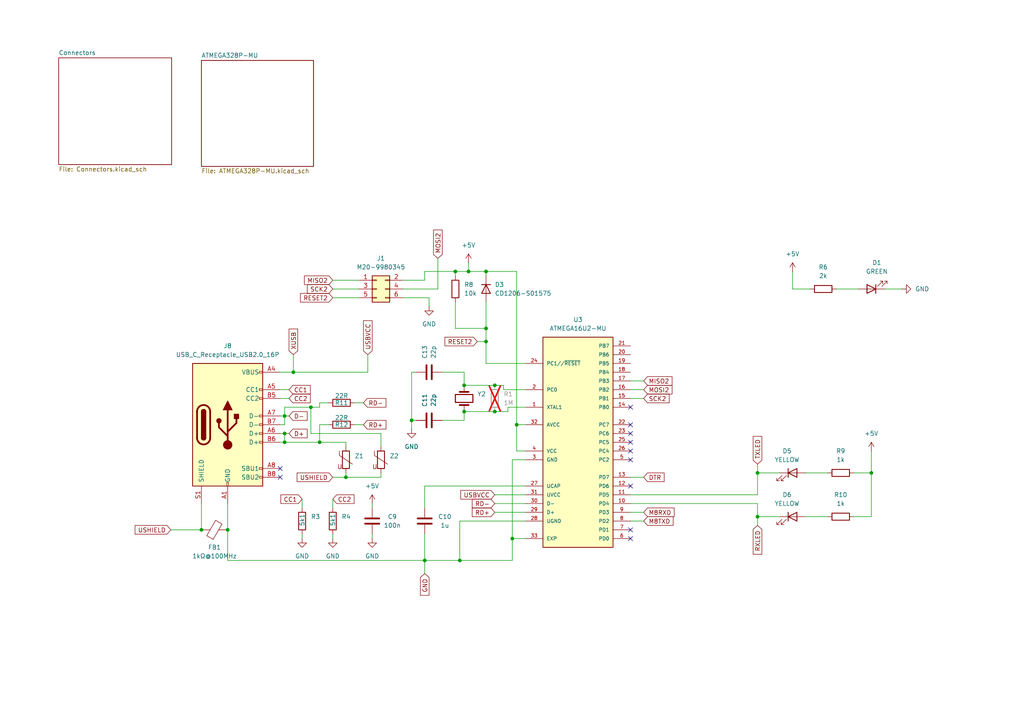
<source format=kicad_sch>
(kicad_sch (version 20231120) (generator "eeschema") (generator_version "8.0")
  (paper "A4")
  (title_block (title "PicoMother") (date "2024-10-02") (rev "0.1") (company "Bonningre Louis") (comment 1 "Lecomte Antoine"))
  (lib_symbols
    (symbol "Arduino Uno SMD:ATMEGA16U2-MU" (pin_names (offset 1.016))
      (property "Reference" "U" (at -10.1697 34.0687 0))
      (property "Value" "ATMEGA16U2-MU" (at -10.16 -30.226 0))
      (symbol "ATMEGA16U2-MU_0_0"
        (rectangle (start -10.16 33.02) (end 10.16 -27.94) (stroke (width 0.254)) (fill (type background)))
        (pin input line (at -15.24 12.7 0) (length 5.08) (name "XTAL1") (number "1"))
        (pin bidirectional line (at 15.24 -15.24 180) (length 5.08) (name "PD4") (number "10"))
        (pin bidirectional line (at 15.24 -12.7 180) (length 5.08) (name "PD5") (number "11"))
        (pin bidirectional line (at 15.24 -10.16 180) (length 5.08) (name "PD6") (number "12"))
        (pin bidirectional line (at 15.24 -7.62 180) (length 5.08) (name "PD7") (number "13"))
        (pin bidirectional line (at 15.24 12.7 180) (length 5.08) (name "PB0") (number "14"))
        (pin bidirectional line (at 15.24 15.24 180) (length 5.08) (name "PB1") (number "15"))
        (pin bidirectional line (at 15.24 17.78 180) (length 5.08) (name "PB2") (number "16"))
        (pin bidirectional line (at 15.24 20.32 180) (length 5.08) (name "PB3") (number "17"))
        (pin bidirectional line (at 15.24 22.86 180) (length 5.08) (name "PB4") (number "18"))
        (pin bidirectional line (at 15.24 25.4 180) (length 5.08) (name "PB5") (number "19"))
        (pin bidirectional line (at -15.24 17.78 0) (length 5.08) (name "PC0") (number "2"))
        (pin bidirectional line (at 15.24 27.94 180) (length 5.08) (name "PB6") (number "20"))
        (pin bidirectional line (at 15.24 30.48 180) (length 5.08) (name "PB7") (number "21"))
        (pin bidirectional line (at 15.24 7.62 180) (length 5.08) (name "PC7") (number "22"))
        (pin bidirectional line (at 15.24 5.08 180) (length 5.08) (name "PC6") (number "23"))
        (pin bidirectional line (at -15.24 25.4 0) (length 5.08) (name "PC1//~{RESET}") (number "24"))
        (pin bidirectional line (at 15.24 2.54 180) (length 5.08) (name "PC5") (number "25"))
        (pin bidirectional line (at 15.24 0 180) (length 5.08) (name "PC4") (number "26"))
        (pin output line (at -15.24 -10.16 0) (length 5.08) (name "UCAP") (number "27"))
        (pin power_in line (at -15.24 -20.32 0) (length 5.08) (name "UGND") (number "28"))
        (pin bidirectional line (at -15.24 -17.78 0) (length 5.08) (name "D+") (number "29"))
        (pin power_in line (at -15.24 -2.54 0) (length 5.08) (name "GND") (number "3"))
        (pin bidirectional line (at -15.24 -15.24 0) (length 5.08) (name "D-") (number "30"))
        (pin power_in line (at -15.24 -12.7 0) (length 5.08) (name "UVCC") (number "31"))
        (pin power_in line (at -15.24 7.62 0) (length 5.08) (name "AVCC") (number "32"))
        (pin power_in line (at -15.24 -25.4 0) (length 5.08) (name "EXP") (number "33"))
        (pin power_in line (at -15.24 0 0) (length 5.08) (name "VCC") (number "4"))
        (pin bidirectional line (at 15.24 -2.54 180) (length 5.08) (name "PC2") (number "5"))
        (pin bidirectional line (at 15.24 -25.4 180) (length 5.08) (name "PD0") (number "6"))
        (pin bidirectional line (at 15.24 -22.86 180) (length 5.08) (name "PD1") (number "7"))
        (pin bidirectional line (at 15.24 -20.32 180) (length 5.08) (name "PD2") (number "8"))
        (pin bidirectional line (at 15.24 -17.78 180) (length 5.08) (name "PD3") (number "9"))
      )
    )
    (symbol "Connector:USB_C_Receptacle_USB2.0_16P" (pin_names (offset 1.016))
      (property "Reference" "J" (at 0 22.225 0))
      (property "Value" "USB_C_Receptacle_USB2.0_16P" (at 0 19.685 0))
      (symbol "USB_C_Receptacle_USB2.0_16P_0_0"
        (rectangle (start -0.254 -17.78) (end 0.254 -16.764))
        (rectangle (start 10.16 -14.986) (end 9.144 -15.494))
        (rectangle (start 10.16 -12.446) (end 9.144 -12.954))
        (rectangle (start 10.16 -4.826) (end 9.144 -5.334))
        (rectangle (start 10.16 -2.286) (end 9.144 -2.794))
        (rectangle (start 10.16 0.254) (end 9.144 -0.254))
        (rectangle (start 10.16 2.794) (end 9.144 2.286))
        (rectangle (start 10.16 7.874) (end 9.144 7.366))
        (rectangle (start 10.16 10.414) (end 9.144 9.906))
        (rectangle (start 10.16 15.494) (end 9.144 14.986))
      )
      (symbol "USB_C_Receptacle_USB2.0_16P_0_1"
        (rectangle (start -10.16 17.78) (end 10.16 -17.78) (stroke (width 0.254)) (fill (type background)))
        (arc (start -8.89 -3.81) (mid -6.985 -5.7067) (end -5.08 -3.81) (stroke (width 0.508)))
        (arc (start -7.62 -3.81) (mid -6.985 -4.4423) (end -6.35 -3.81) (stroke (width 0.254)))
        (arc (start -7.62 -3.81) (mid -6.985 -4.4423) (end -6.35 -3.81) (stroke (width 0.254)) (fill (type outline)))
        (rectangle (start -7.62 -3.81) (end -6.35 3.81) (stroke (width 0.254)) (fill (type outline)))
        (arc (start -6.35 3.81) (mid -6.985 4.4423) (end -7.62 3.81) (stroke (width 0.254)))
        (arc (start -6.35 3.81) (mid -6.985 4.4423) (end -7.62 3.81) (stroke (width 0.254)) (fill (type outline)))
        (arc (start -5.08 3.81) (mid -6.985 5.7067) (end -8.89 3.81) (stroke (width 0.508)))
        (circle (center -2.54 1.143) (radius 0.635) (stroke (width 0.254)) (fill (type outline)))
        (circle (center 0 -5.842) (radius 1.27) (fill (type outline)))
        (polyline (pts (xy -8.89 -3.81) (xy -8.89 3.81)) (stroke (width 0.508)))
        (polyline (pts (xy -5.08 3.81) (xy -5.08 -3.81)) (stroke (width 0.508)))
        (polyline (pts (xy 0 -5.842) (xy 0 4.318)) (stroke (width 0.508)))
        (polyline (pts (xy 0 -3.302) (xy -2.54 -0.762) (xy -2.54 0.508)) (stroke (width 0.508)))
        (polyline (pts (xy 0 -2.032) (xy 2.54 0.508) (xy 2.54 1.778)) (stroke (width 0.508)))
        (polyline (pts (xy -1.27 4.318) (xy 0 6.858) (xy 1.27 4.318) (xy -1.27 4.318)) (stroke (width 0.254)) (fill (type outline)))
        (rectangle (start 1.905 1.778) (end 3.175 3.048) (stroke (width 0.254)) (fill (type outline)))
      )
      (symbol "USB_C_Receptacle_USB2.0_16P_1_1"
        (pin passive line (at 0 -22.86 90) (length 5.08) (name "GND") (number "A1"))
        (pin passive line (at 0 -22.86 90) (length 5.08) hide (name "GND") (number "A12"))
        (pin passive line (at 15.24 15.24 180) (length 5.08) (name "VBUS") (number "A4"))
        (pin bidirectional line (at 15.24 10.16 180) (length 5.08) (name "CC1") (number "A5"))
        (pin bidirectional line (at 15.24 -2.54 180) (length 5.08) (name "D+") (number "A6"))
        (pin bidirectional line (at 15.24 2.54 180) (length 5.08) (name "D-") (number "A7"))
        (pin bidirectional line (at 15.24 -12.7 180) (length 5.08) (name "SBU1") (number "A8"))
        (pin passive line (at 15.24 15.24 180) (length 5.08) hide (name "VBUS") (number "A9"))
        (pin passive line (at 0 -22.86 90) (length 5.08) hide (name "GND") (number "B1"))
        (pin passive line (at 0 -22.86 90) (length 5.08) hide (name "GND") (number "B12"))
        (pin passive line (at 15.24 15.24 180) (length 5.08) hide (name "VBUS") (number "B4"))
        (pin bidirectional line (at 15.24 7.62 180) (length 5.08) (name "CC2") (number "B5"))
        (pin bidirectional line (at 15.24 -5.08 180) (length 5.08) (name "D+") (number "B6"))
        (pin bidirectional line (at 15.24 0 180) (length 5.08) (name "D-") (number "B7"))
        (pin bidirectional line (at 15.24 -15.24 180) (length 5.08) (name "SBU2") (number "B8"))
        (pin passive line (at 15.24 15.24 180) (length 5.08) hide (name "VBUS") (number "B9"))
        (pin passive line (at -7.62 -22.86 90) (length 5.08) (name "SHIELD") (number "S1"))
      )
    )
    (symbol "Connector_Generic:Conn_02x03_Odd_Even" (pin_names (offset 1.016) hide)
      (property "Reference" "J" (at 1.27 5.08 0))
      (property "Value" "Conn_02x03_Odd_Even" (at 1.27 -5.08 0))
      (symbol "Conn_02x03_Odd_Even_1_1"
        (rectangle (start -1.27 -2.413) (end 0 -2.667) (stroke (width 0.1524)))
        (rectangle (start -1.27 0.127) (end 0 -0.127) (stroke (width 0.1524)))
        (rectangle (start -1.27 2.667) (end 0 2.413) (stroke (width 0.1524)))
        (rectangle (start -1.27 3.81) (end 3.81 -3.81) (stroke (width 0.254)) (fill (type background)))
        (rectangle (start 3.81 -2.413) (end 2.54 -2.667) (stroke (width 0.1524)))
        (rectangle (start 3.81 0.127) (end 2.54 -0.127) (stroke (width 0.1524)))
        (rectangle (start 3.81 2.667) (end 2.54 2.413) (stroke (width 0.1524)))
        (pin passive line (at -5.08 2.54 0) (length 3.81) (name "Pin_1") (number "1"))
        (pin passive line (at 7.62 2.54 180) (length 3.81) (name "Pin_2") (number "2"))
        (pin passive line (at -5.08 0 0) (length 3.81) (name "Pin_3") (number "3"))
        (pin passive line (at 7.62 0 180) (length 3.81) (name "Pin_4") (number "4"))
        (pin passive line (at -5.08 -2.54 0) (length 3.81) (name "Pin_5") (number "5"))
        (pin passive line (at 7.62 -2.54 180) (length 3.81) (name "Pin_6") (number "6"))
      )
    )
    (symbol "Device:C" (pin_numbers hide) (pin_names (offset 0.254))
      (property "Reference" "C" (at 0.635 2.54 0))
      (property "Value" "C" (at 0.635 -2.54 0))
      (symbol "C_0_1"
        (polyline (pts (xy -2.032 -0.762) (xy 2.032 -0.762)) (stroke (width 0.508)))
        (polyline (pts (xy -2.032 0.762) (xy 2.032 0.762)) (stroke (width 0.508)))
      )
      (symbol "C_1_1"
        (pin passive line (at 0 3.81 270) (length 2.794) (name "~") (number "1"))
        (pin passive line (at 0 -3.81 90) (length 2.794) (name "~") (number "2"))
      )
    )
    (symbol "Device:Crystal" (pin_numbers hide) (pin_names (offset 1.016) hide)
      (property "Reference" "Y" (at 0 3.81 0))
      (property "Value" "Crystal" (at 0 -3.81 0))
      (symbol "Crystal_0_1"
        (rectangle (start -1.143 2.54) (end 1.143 -2.54) (stroke (width 0.3048)))
        (polyline (pts (xy -2.54 0) (xy -1.905 0)))
        (polyline (pts (xy -1.905 -1.27) (xy -1.905 1.27)) (stroke (width 0.508)))
        (polyline (pts (xy 1.905 -1.27) (xy 1.905 1.27)) (stroke (width 0.508)))
        (polyline (pts (xy 2.54 0) (xy 1.905 0)))
      )
      (symbol "Crystal_1_1"
        (pin passive line (at -3.81 0 0) (length 1.27) (name "1") (number "1"))
        (pin passive line (at 3.81 0 180) (length 1.27) (name "2") (number "2"))
      )
    )
    (symbol "Device:D" (pin_numbers hide) (pin_names (offset 1.016) hide)
      (property "Reference" "D" (at 0 2.54 0))
      (property "Value" "D" (at 0 -2.54 0))
      (symbol "D_0_1"
        (polyline (pts (xy -1.27 1.27) (xy -1.27 -1.27)) (stroke (width 0.254)))
        (polyline (pts (xy 1.27 0) (xy -1.27 0)))
        (polyline (pts (xy 1.27 1.27) (xy 1.27 -1.27) (xy -1.27 0) (xy 1.27 1.27)) (stroke (width 0.254)))
      )
      (symbol "D_1_1"
        (pin passive line (at -3.81 0 0) (length 2.54) (name "K") (number "1"))
        (pin passive line (at 3.81 0 180) (length 2.54) (name "A") (number "2"))
      )
    )
    (symbol "Device:FerriteBead" (pin_numbers hide) (pin_names (offset 0))
      (property "Reference" "FB" (at -3.81 0.635 90))
      (property "Value" "FerriteBead" (at 3.81 0 90))
      (symbol "FerriteBead_0_1"
        (polyline (pts (xy 0 -1.27) (xy 0 -1.2192)))
        (polyline (pts (xy 0 1.27) (xy 0 1.2954)))
        (polyline (pts (xy -2.7686 0.4064) (xy -1.7018 2.2606) (xy 2.7686 -0.3048) (xy 1.6764 -2.159) (xy -2.7686 0.4064)))
      )
      (symbol "FerriteBead_1_1"
        (pin passive line (at 0 3.81 270) (length 2.54) (name "~") (number "1"))
        (pin passive line (at 0 -3.81 90) (length 2.54) (name "~") (number "2"))
      )
    )
    (symbol "Device:LED" (pin_numbers hide) (pin_names (offset 1.016) hide)
      (property "Reference" "D" (at 0 2.54 0))
      (property "Value" "LED" (at 0 -2.54 0))
      (symbol "LED_0_1"
        (polyline (pts (xy -1.27 -1.27) (xy -1.27 1.27)) (stroke (width 0.254)))
        (polyline (pts (xy -1.27 0) (xy 1.27 0)))
        (polyline (pts (xy 1.27 -1.27) (xy 1.27 1.27) (xy -1.27 0) (xy 1.27 -1.27)) (stroke (width 0.254)))
        (polyline (pts (xy -3.048 -0.762) (xy -4.572 -2.286) (xy -3.81 -2.286) (xy -4.572 -2.286) (xy -4.572 -1.524)))
        (polyline (pts (xy -1.778 -0.762) (xy -3.302 -2.286) (xy -2.54 -2.286) (xy -3.302 -2.286) (xy -3.302 -1.524)))
      )
      (symbol "LED_1_1"
        (pin passive line (at -3.81 0 0) (length 2.54) (name "K") (number "1"))
        (pin passive line (at 3.81 0 180) (length 2.54) (name "A") (number "2"))
      )
    )
    (symbol "Device:R" (pin_numbers hide) (pin_names (offset 0))
      (property "Reference" "R" (at 2.032 0 90))
      (property "Value" "R" (at 0 0 90))
      (symbol "R_0_1"
        (rectangle (start -1.016 -2.54) (end 1.016 2.54) (stroke (width 0.254)))
      )
      (symbol "R_1_1"
        (pin passive line (at 0 3.81 270) (length 1.27) (name "~") (number "1"))
        (pin passive line (at 0 -3.81 90) (length 1.27) (name "~") (number "2"))
      )
    )
    (symbol "Device:Varistor" (pin_numbers hide) (pin_names (offset 0))
      (property "Reference" "RV" (at 3.175 0 90))
      (property "Value" "Varistor" (at -3.175 0 90))
      (symbol "Varistor_0_0"
        (text "U" (at -1.778 -2.032 0) (effects (font (size 1.27 1.27))))
      )
      (symbol "Varistor_0_1"
        (rectangle (start -1.016 -2.54) (end 1.016 2.54) (stroke (width 0.254)))
        (polyline (pts (xy -1.905 2.54) (xy -1.905 1.27) (xy 1.905 -1.27)))
      )
      (symbol "Varistor_1_1"
        (pin passive line (at 0 3.81 270) (length 1.27) (name "~") (number "1"))
        (pin passive line (at 0 -3.81 90) (length 1.27) (name "~") (number "2"))
      )
    )
    (symbol "power:+5V" (power) (pin_numbers hide) (pin_names (offset 0) hide)
      (property "Value" "+5V" (at 0 3.556 0))
      (symbol "+5V_0_1"
        (polyline (pts (xy -0.762 1.27) (xy 0 2.54)))
        (polyline (pts (xy 0 0) (xy 0 2.54)))
        (polyline (pts (xy 0 2.54) (xy 0.762 1.27)))
      )
      (symbol "+5V_1_1"
        (pin power_in line (at 0 0 90) (length 0) (name "~") (number "1"))
      )
    )
    (symbol "power:GND" (power) (pin_numbers hide) (pin_names (offset 0) hide)
      (property "Value" "GND" (at 0 -3.81 0))
      (symbol "GND_0_1"
        (polyline (pts (xy 0 0) (xy 0 -1.27) (xy 1.27 -1.27) (xy 0 -2.54) (xy -1.27 -1.27) (xy 0 -1.27)))
      )
      (symbol "GND_1_1"
        (pin power_in line (at 0 0 270) (length 0) (name "~") (number "1"))
      )
    )
  )
  (junction (at 219.71 137.16))
  (junction (at 66.04 153.67))
  (junction (at 85.09 107.95))
  (junction (at 143.51 111.76))
  (junction (at 92.71 128.27))
  (junction (at 140.97 78.74))
  (junction (at 143.51 119.38))
  (junction (at 123.19 162.56))
  (junction (at 140.97 95.25))
  (junction (at 82.55 128.27))
  (junction (at 252.73 137.16))
  (junction (at 82.55 125.73))
  (junction (at 134.62 111.76))
  (junction (at 90.17 118.11))
  (junction (at 148.59 156.21))
  (junction (at 58.42 153.67))
  (junction (at 149.86 123.19))
  (junction (at 219.71 149.86))
  (junction (at 119.38 121.92))
  (junction (at 132.08 78.74))
  (junction (at 134.62 119.38))
  (junction (at 140.97 99.06))
  (junction (at 82.55 120.65))
  (junction (at 133.35 162.56))
  (junction (at 135.89 78.74))
  (junction (at 100.33 138.43))
  (no_connect (at 182.88 140.97))
  (no_connect (at 182.88 125.73))
  (no_connect (at 182.88 118.11))
  (no_connect (at 81.28 135.89))
  (no_connect (at 182.88 153.67))
  (no_connect (at 81.28 138.43))
  (no_connect (at 182.88 128.27))
  (no_connect (at 182.88 133.35))
  (no_connect (at 182.88 130.81))
  (no_connect (at 182.88 156.21))
  (no_connect (at 182.88 123.19))
  (wire (pts (xy 123.19 140.97) (xy 123.19 147.32)))
  (wire (pts (xy 229.87 83.82) (xy 229.87 78.74)))
  (wire (pts (xy 95.25 123.19) (xy 92.71 123.19)))
  (wire (pts (xy 143.51 148.59) (xy 152.4 148.59)))
  (wire (pts (xy 134.62 111.76) (xy 143.51 111.76)))
  (wire (pts (xy 219.71 149.86) (xy 226.06 149.86)))
  (wire (pts (xy 140.97 99.06) (xy 140.97 95.25)))
  (wire (pts (xy 149.86 123.19) (xy 149.86 130.81)))
  (wire (pts (xy 149.86 78.74) (xy 140.97 78.74)))
  (wire (pts (xy 135.89 76.2) (xy 135.89 78.74)))
  (wire (pts (xy 132.08 80.01) (xy 132.08 78.74)))
  (wire (pts (xy 82.55 120.65) (xy 81.28 120.65)))
  (wire (pts (xy 119.38 107.95) (xy 120.65 107.95)))
  (wire (pts (xy 186.69 110.49) (xy 182.88 110.49)))
  (wire (pts (xy 100.33 137.16) (xy 100.33 138.43)))
  (wire (pts (xy 87.63 156.21) (xy 87.63 154.94)))
  (wire (pts (xy 81.28 123.19) (xy 82.55 123.19)))
  (wire (pts (xy 133.35 151.13) (xy 133.35 162.56)))
  (wire (pts (xy 92.71 118.11) (xy 90.17 118.11)))
  (wire (pts (xy 105.41 116.84) (xy 102.87 116.84)))
  (wire (pts (xy 186.69 115.57) (xy 182.88 115.57)))
  (wire (pts (xy 140.97 78.74) (xy 135.89 78.74)))
  (wire (pts (xy 132.08 87.63) (xy 132.08 95.25)))
  (wire (pts (xy 110.49 138.43) (xy 110.49 137.16)))
  (wire (pts (xy 92.71 123.19) (xy 92.71 128.27)))
  (wire (pts (xy 82.55 123.19) (xy 82.55 120.65)))
  (wire (pts (xy 261.62 83.82) (xy 256.54 83.82)))
  (wire (pts (xy 49.53 153.67) (xy 58.42 153.67)))
  (wire (pts (xy 124.46 86.36) (xy 124.46 88.9)))
  (wire (pts (xy 252.73 137.16) (xy 252.73 149.86)))
  (wire (pts (xy 252.73 130.81) (xy 252.73 137.16)))
  (wire (pts (xy 100.33 138.43) (xy 110.49 138.43)))
  (wire (pts (xy 110.49 129.54) (xy 110.49 125.73)))
  (wire (pts (xy 81.28 128.27) (xy 82.55 128.27)))
  (wire (pts (xy 82.55 128.27) (xy 82.55 125.73)))
  (wire (pts (xy 252.73 149.86) (xy 247.65 149.86)))
  (wire (pts (xy 148.59 156.21) (xy 152.4 156.21)))
  (wire (pts (xy 116.84 86.36) (xy 124.46 86.36)))
  (wire (pts (xy 149.86 123.19) (xy 152.4 123.19)))
  (wire (pts (xy 143.51 143.51) (xy 152.4 143.51)))
  (wire (pts (xy 92.71 116.84) (xy 95.25 116.84)))
  (wire (pts (xy 123.19 166.37) (xy 123.19 162.56)))
  (wire (pts (xy 90.17 118.11) (xy 82.55 118.11)))
  (wire (pts (xy 105.41 123.19) (xy 102.87 123.19)))
  (wire (pts (xy 182.88 143.51) (xy 219.71 143.51)))
  (wire (pts (xy 123.19 162.56) (xy 123.19 154.94)))
  (wire (pts (xy 186.69 148.59) (xy 182.88 148.59)))
  (wire (pts (xy 219.71 137.16) (xy 226.06 137.16)))
  (wire (pts (xy 116.84 81.28) (xy 123.19 81.28)))
  (wire (pts (xy 219.71 137.16) (xy 219.71 134.62)))
  (wire (pts (xy 82.55 118.11) (xy 82.55 120.65)))
  (wire (pts (xy 152.4 133.35) (xy 148.59 133.35)))
  (wire (pts (xy 85.09 107.95) (xy 81.28 107.95)))
  (wire (pts (xy 87.63 144.78) (xy 87.63 147.32)))
  (wire (pts (xy 134.62 119.38) (xy 143.51 119.38)))
  (wire (pts (xy 96.52 81.28) (xy 104.14 81.28)))
  (wire (pts (xy 233.68 137.16) (xy 240.03 137.16)))
  (wire (pts (xy 152.4 151.13) (xy 133.35 151.13)))
  (wire (pts (xy 233.68 149.86) (xy 240.03 149.86)))
  (wire (pts (xy 143.51 146.05) (xy 152.4 146.05)))
  (wire (pts (xy 123.19 78.74) (xy 123.19 81.28)))
  (wire (pts (xy 182.88 146.05) (xy 219.71 146.05)))
  (wire (pts (xy 140.97 87.63) (xy 140.97 95.25)))
  (wire (pts (xy 96.52 144.78) (xy 96.52 147.32)))
  (wire (pts (xy 229.87 83.82) (xy 234.95 83.82)))
  (wire (pts (xy 134.62 111.76) (xy 134.62 107.95)))
  (wire (pts (xy 132.08 95.25) (xy 140.97 95.25)))
  (wire (pts (xy 123.19 78.74) (xy 132.08 78.74)))
  (wire (pts (xy 96.52 138.43) (xy 100.33 138.43)))
  (wire (pts (xy 107.95 156.21) (xy 107.95 154.94)))
  (wire (pts (xy 96.52 156.21) (xy 96.52 154.94)))
  (wire (pts (xy 100.33 128.27) (xy 92.71 128.27)))
  (wire (pts (xy 219.71 143.51) (xy 219.71 137.16)))
  (wire (pts (xy 152.4 118.11) (xy 147.32 118.11)))
  (wire (pts (xy 127 74.93) (xy 127 83.82)))
  (wire (pts (xy 83.82 120.65) (xy 82.55 120.65)))
  (wire (pts (xy 85.09 107.95) (xy 106.68 107.95)))
  (wire (pts (xy 140.97 105.41) (xy 140.97 99.06)))
  (wire (pts (xy 219.71 146.05) (xy 219.71 149.86)))
  (wire (pts (xy 66.04 162.56) (xy 123.19 162.56)))
  (wire (pts (xy 148.59 162.56) (xy 148.59 156.21)))
  (wire (pts (xy 96.52 86.36) (xy 104.14 86.36)))
  (wire (pts (xy 148.59 133.35) (xy 148.59 156.21)))
  (wire (pts (xy 106.68 102.87) (xy 106.68 107.95)))
  (wire (pts (xy 186.69 138.43) (xy 182.88 138.43)))
  (wire (pts (xy 119.38 107.95) (xy 119.38 121.92)))
  (wire (pts (xy 134.62 107.95) (xy 128.27 107.95)))
  (wire (pts (xy 147.32 118.11) (xy 147.32 119.38)))
  (wire (pts (xy 85.09 102.87) (xy 85.09 107.95)))
  (wire (pts (xy 100.33 128.27) (xy 100.33 129.54)))
  (wire (pts (xy 90.17 125.73) (xy 110.49 125.73)))
  (wire (pts (xy 128.27 121.92) (xy 134.62 121.92)))
  (wire (pts (xy 152.4 105.41) (xy 140.97 105.41)))
  (wire (pts (xy 119.38 121.92) (xy 120.65 121.92)))
  (wire (pts (xy 92.71 128.27) (xy 82.55 128.27)))
  (wire (pts (xy 146.05 113.03) (xy 146.05 111.76)))
  (wire (pts (xy 140.97 80.01) (xy 140.97 78.74)))
  (wire (pts (xy 133.35 162.56) (xy 123.19 162.56)))
  (wire (pts (xy 66.04 146.05) (xy 66.04 153.67)))
  (wire (pts (xy 92.71 116.84) (xy 92.71 118.11)))
  (wire (pts (xy 90.17 125.73) (xy 90.17 118.11)))
  (wire (pts (xy 242.57 83.82) (xy 248.92 83.82)))
  (wire (pts (xy 138.43 99.06) (xy 140.97 99.06)))
  (wire (pts (xy 134.62 121.92) (xy 134.62 119.38)))
  (wire (pts (xy 66.04 153.67) (xy 66.04 162.56)))
  (wire (pts (xy 133.35 162.56) (xy 148.59 162.56)))
  (wire (pts (xy 219.71 149.86) (xy 219.71 152.4)))
  (wire (pts (xy 107.95 146.05) (xy 107.95 147.32)))
  (wire (pts (xy 186.69 113.03) (xy 182.88 113.03)))
  (wire (pts (xy 83.82 125.73) (xy 82.55 125.73)))
  (wire (pts (xy 135.89 78.74) (xy 132.08 78.74)))
  (wire (pts (xy 83.82 115.57) (xy 81.28 115.57)))
  (wire (pts (xy 58.42 146.05) (xy 58.42 153.67)))
  (wire (pts (xy 149.86 78.74) (xy 149.86 123.19)))
  (wire (pts (xy 119.38 124.46) (xy 119.38 121.92)))
  (wire (pts (xy 143.51 111.76) (xy 146.05 111.76)))
  (wire (pts (xy 247.65 137.16) (xy 252.73 137.16)))
  (wire (pts (xy 152.4 140.97) (xy 123.19 140.97)))
  (wire (pts (xy 116.84 83.82) (xy 127 83.82)))
  (wire (pts (xy 96.52 83.82) (xy 104.14 83.82)))
  (wire (pts (xy 82.55 125.73) (xy 81.28 125.73)))
  (wire (pts (xy 186.69 151.13) (xy 182.88 151.13)))
  (wire (pts (xy 83.82 113.03) (xy 81.28 113.03)))
  (wire (pts (xy 149.86 130.81) (xy 152.4 130.81)))
  (wire (pts (xy 152.4 113.03) (xy 146.05 113.03)))
  (wire (pts (xy 143.51 119.38) (xy 147.32 119.38)))
  (global_label "TXLED" (shape input) (at 219.71 134.62 90) (property "Intersheetrefs" "${INTERSHEET_REFS}" (effects (hide yes))))
  (global_label "SCK2" (shape input) (at 186.69 115.57 0) (property "Intersheetrefs" "${INTERSHEET_REFS}" (effects (hide yes))))
  (global_label "RD+" (shape input) (at 143.51 148.59 180) (property "Intersheetrefs" "${INTERSHEET_REFS}" (effects (hide yes))))
  (global_label "RESET2" (shape input) (at 96.52 86.36 180) (property "Intersheetrefs" "${INTERSHEET_REFS}" (effects (hide yes))))
  (global_label "XUSB" (shape input) (at 85.09 102.87 90) (property "Intersheetrefs" "${INTERSHEET_REFS}" (effects (hide yes))))
  (global_label "D+" (shape input) (at 83.82 125.73 0) (property "Intersheetrefs" "${INTERSHEET_REFS}" (effects (hide yes))))
  (global_label "RESET2" (shape input) (at 138.43 99.06 180) (property "Intersheetrefs" "${INTERSHEET_REFS}" (effects (hide yes))))
  (global_label "USBVCC" (shape input) (at 106.68 102.87 90) (property "Intersheetrefs" "${INTERSHEET_REFS}" (effects (hide yes))))
  (global_label "USBVCC" (shape input) (at 143.51 143.51 180) (property "Intersheetrefs" "${INTERSHEET_REFS}" (effects (hide yes))))
  (global_label "RD-" (shape input) (at 143.51 146.05 180) (property "Intersheetrefs" "${INTERSHEET_REFS}" (effects (hide yes))))
  (global_label "RD-" (shape input) (at 105.41 116.84 0) (property "Intersheetrefs" "${INTERSHEET_REFS}" (effects (hide yes))))
  (global_label "MOSI2" (shape input) (at 186.69 113.03 0) (property "Intersheetrefs" "${INTERSHEET_REFS}" (effects (hide yes))))
  (global_label "MISO2" (shape input) (at 186.69 110.49 0) (property "Intersheetrefs" "${INTERSHEET_REFS}" (effects (hide yes))))
  (global_label "RD+" (shape input) (at 105.41 123.19 0) (property "Intersheetrefs" "${INTERSHEET_REFS}" (effects (hide yes))))
  (global_label "CC1" (shape input) (at 83.82 113.03 0) (property "Intersheetrefs" "${INTERSHEET_REFS}" (effects (hide yes))))
  (global_label "SCK2" (shape input) (at 96.52 83.82 180) (property "Intersheetrefs" "${INTERSHEET_REFS}" (effects (hide yes))))
  (global_label "RXLED" (shape input) (at 219.71 152.4 270) (property "Intersheetrefs" "${INTERSHEET_REFS}" (effects (hide yes))))
  (global_label "GND" (shape input) (at 123.19 166.37 270) (property "Intersheetrefs" "${INTERSHEET_REFS}" (effects (hide yes))))
  (global_label "USHIELD" (shape input) (at 49.53 153.67 180) (property "Intersheetrefs" "${INTERSHEET_REFS}" (effects (hide yes))))
  (global_label "USHIELD" (shape input) (at 96.52 138.43 180) (property "Intersheetrefs" "${INTERSHEET_REFS}" (effects (hide yes))))
  (global_label "CC1" (shape input) (at 87.63 144.78 180) (property "Intersheetrefs" "${INTERSHEET_REFS}" (effects (hide yes))))
  (global_label "M8RXD" (shape input) (at 186.69 148.59 0) (property "Intersheetrefs" "${INTERSHEET_REFS}" (effects (hide yes))))
  (global_label "M8TXD" (shape input) (at 186.69 151.13 0) (property "Intersheetrefs" "${INTERSHEET_REFS}" (effects (hide yes))))
  (global_label "D-" (shape input) (at 83.82 120.65 0) (property "Intersheetrefs" "${INTERSHEET_REFS}" (effects (hide yes))))
  (global_label "MOSI2" (shape input) (at 127 74.93 90) (property "Intersheetrefs" "${INTERSHEET_REFS}" (effects (hide yes))))
  (global_label "DTR" (shape input) (at 186.69 138.43 0) (property "Intersheetrefs" "${INTERSHEET_REFS}" (effects (hide yes))))
  (global_label "CC2" (shape input) (at 96.52 144.78 0) (property "Intersheetrefs" "${INTERSHEET_REFS}" (effects (hide yes))))
  (global_label "CC2" (shape input) (at 83.82 115.57 0) (property "Intersheetrefs" "${INTERSHEET_REFS}" (effects (hide yes))))
  (global_label "MISO2" (shape input) (at 96.52 81.28 180) (property "Intersheetrefs" "${INTERSHEET_REFS}" (effects (hide yes))))
  (symbol (lib_id "Device:R") (at 99.06 116.84 90) (unit 1)
    (property "Reference" "R11" (at 99.06 116.84 90))
    (property "Value" "22R" (at 99.06 114.808 90))
    (property "Footprint" "Resistor_SMD:R_0603_1608Metric_Pad0.98x0.95mm_HandSolder" (effects (hide yes)))
    (property "Description" "Resistor" (effects (hide yes)))
  )
  (symbol (lib_id "Connector:USB_C_Receptacle_USB2.0_16P") (at 66.04 123.19 0) (unit 1)
    (property "Reference" "J8" (at 66.04 100.33 0))
    (property "Value" "USB_C_Receptacle_USB2.0_16P" (at 66.04 102.87 0))
    (property "Footprint" "Connector_USB:USB_C_Receptacle_GCT_USB4105-xx-A_16P_TopMnt_Horizontal" (effects (hide yes)))
    (property "Datasheet" "https://www.usb.org/sites/default/files/documents/usb_type-c.zip" (effects (hide yes)))
    (property "Description" "USB 2.0-only 16P Type-C Receptacle connector" (effects (hide yes)))
  )
  (symbol (lib_id "power:+5V") (at 135.89 76.2 0) (unit 1)
    (property "Reference" "#PWR025" (effects (hide yes)))
    (property "Value" "+5V" (at 135.89 71.12 0))
    (property "Description" "Power symbol creates a global label with name \"+5V\"" (effects (hide yes)))
  )
  (symbol (lib_id "power:GND") (at 119.38 124.46 0) (unit 1)
    (property "Reference" "#PWR027" (effects (hide yes)))
    (property "Value" "GND" (at 119.38 129.54 0))
    (property "Description" "Power symbol creates a global label with name \"GND\" , ground" (effects (hide yes)))
  )
  (symbol (lib_id "Device:C") (at 124.46 107.95 270) (unit 1)
    (property "Reference" "C13" (at 123.19 102.108 0))
    (property "Value" "22p" (at 125.73 102.108 0))
    (property "Footprint" "Capacitor_SMD:C_0603_1608Metric" (effects (hide yes)))
    (property "Description" "Unpolarized capacitor" (effects (hide yes)))
  )
  (symbol (lib_id "power:GND") (at 107.95 156.21 0) (unit 1)
    (property "Reference" "#PWR018" (effects (hide yes)))
    (property "Value" "GND" (at 107.95 161.29 0))
    (property "Description" "Power symbol creates a global label with name \"GND\" , ground" (effects (hide yes)))
  )
  (symbol (lib_id "Device:R") (at 96.52 151.13 0) (unit 1)
    (property "Reference" "R4" (at 99.06 149.8599 0) (effects (justify left)))
    (property "Value" "5k1" (at 96.52 152.654 90) (effects (justify left)))
    (property "Footprint" "Resistor_SMD:R_0603_1608Metric" (effects (hide yes)))
    (property "Description" "Resistor" (effects (hide yes)))
  )
  (symbol (lib_id "Arduino Uno SMD:ATMEGA16U2-MU") (at 167.64 130.81 0) (unit 1)
    (property "Reference" "U3" (at 167.64 92.71 0))
    (property "Value" "ATMEGA16U2-MU" (at 167.64 95.25 0))
    (property "Footprint" "Package_QFP:TQFP-32_7x7mm_P0.8mm" (effects (hide yes)))
    (property "MANUFACTURER" "Atmel" (effects (hide yes)))
  )
  (symbol (lib_id "Device:D") (at 140.97 83.82 270) (unit 1)
    (property "Reference" "D3" (at 143.51 82.5499 90) (effects (justify left)))
    (property "Value" "CD1206-S01575" (at 143.51 85.0899 90) (effects (justify left)))
    (property "Footprint" "Diode_SMD:D_1206_3216Metric" (effects (hide yes)))
    (property "Description" "Diode" (effects (hide yes)))
    (property "Sim.Device" "D" (effects (hide yes)))
    (property "Sim.Pins" "1=K 2=A" (effects (hide yes)))
  )
  (symbol (lib_id "Connector_Generic:Conn_02x03_Odd_Even") (at 109.22 83.82 0) (unit 1)
    (property "Reference" "J1" (at 110.49 74.93 0))
    (property "Value" "M20-9980345" (at 110.49 77.47 0))
    (property "Footprint" "Connector_PinHeader_2.54mm:PinHeader_2x03_P2.54mm_Vertical" (effects (hide yes)))
    (property "Description" "Generic connector, double row, 02x03, odd/even pin numbering scheme (row 1 odd numbers, row 2 even numbers), script generated (kicad-library-utils/schlib/autogen/connector/)" (effects (hide yes)))
  )
  (symbol (lib_id "Device:R") (at 243.84 149.86 90) (unit 1)
    (property "Reference" "R10" (at 243.84 143.51 90))
    (property "Value" "1k" (at 243.84 146.05 90))
    (property "Footprint" "Resistor_SMD:R_0603_1608Metric_Pad0.98x0.95mm_HandSolder" (effects (hide yes)))
    (property "Description" "Resistor" (effects (hide yes)))
  )
  (symbol (lib_id "power:+5V") (at 107.95 146.05 0) (unit 1)
    (property "Reference" "#PWR023" (effects (hide yes)))
    (property "Value" "+5V" (at 107.95 140.97 0))
    (property "Description" "Power symbol creates a global label with name \"+5V\"" (effects (hide yes)))
  )
  (symbol (lib_id "Device:Varistor") (at 110.49 133.35 0) (unit 1)
    (property "Reference" "Z2" (at 113.03 132.2732 0) (effects (justify left)))
    (property "Value" "5pF@1MHz" (effects (hide yes)))
    (property "Footprint" "Resistor_SMD:R_0603_1608Metric" (effects (hide yes)))
    (property "Datasheet" "https://bourns.com/docs/product-datasheets/cga-mlc.pdf" (effects (hide yes)))
    (property "Description" "Voltage dependent resistor" (effects (hide yes)))
    (property "Sim.Name" "kicad_builtin_varistor" (effects (hide yes)))
    (property "Sim.Device" "SUBCKT" (effects (hide yes)))
    (property "Sim.Pins" "1=A 2=B" (effects (hide yes)))
    (property "Sim.Params" "threshold=1k" (effects (hide yes)))
    (property "Sim.Library" "${KICAD7_SYMBOL_DIR}/Simulation_SPICE.sp" (effects (hide yes)))
  )
  (symbol (lib_id "power:GND") (at 96.52 156.21 0) (unit 1)
    (property "Reference" "#PWR022" (effects (hide yes)))
    (property "Value" "GND" (at 96.52 161.29 0))
    (property "Description" "Power symbol creates a global label with name \"GND\" , ground" (effects (hide yes)))
  )
  (symbol (lib_id "Device:LED") (at 229.87 149.86 0) (unit 1)
    (property "Reference" "D6" (at 228.2825 143.51 0))
    (property "Value" "YELLOW" (at 228.2825 146.05 0))
    (property "Footprint" "LED_SMD:LED_0805_2012Metric" (effects (hide yes)))
    (property "Description" "Light emitting diode" (effects (hide yes)))
  )
  (symbol (lib_id "power:GND") (at 87.63 156.21 0) (unit 1)
    (property "Reference" "#PWR029" (effects (hide yes)))
    (property "Value" "GND" (at 87.63 161.29 0))
    (property "Description" "Power symbol creates a global label with name \"GND\" , ground" (effects (hide yes)))
  )
  (symbol (lib_id "Device:R") (at 99.06 123.19 90) (unit 1)
    (property "Reference" "R12" (at 99.06 123.19 90))
    (property "Value" "22R" (at 99.06 121.158 90))
    (property "Footprint" "Resistor_SMD:R_0603_1608Metric_Pad0.98x0.95mm_HandSolder" (effects (hide yes)))
    (property "Description" "Resistor" (effects (hide yes)))
  )
  (symbol (lib_id "Device:R") (at 87.63 151.13 0) (unit 1)
    (property "Reference" "R3" (at 90.17 149.8599 0) (effects (justify left)))
    (property "Value" "5k1" (at 87.63 152.654 90) (effects (justify left)))
    (property "Footprint" "Resistor_SMD:R_0603_1608Metric" (effects (hide yes)))
    (property "Description" "Resistor" (effects (hide yes)))
  )
  (symbol (lib_id "Device:R") (at 132.08 83.82 0) (unit 1)
    (property "Reference" "R8" (at 134.62 82.5499 0) (effects (justify left)))
    (property "Value" "10k" (at 134.62 85.0899 0) (effects (justify left)))
    (property "Footprint" "Resistor_SMD:R_0603_1608Metric_Pad0.98x0.95mm_HandSolder" (effects (hide yes)))
    (property "Description" "Resistor" (effects (hide yes)))
  )
  (symbol (lib_id "Device:Crystal") (at 134.62 115.57 270) (unit 1)
    (property "Reference" "Y2" (at 138.43 114.2999 90) (effects (justify left)))
    (property "Value" "LFXTAL003240BULK" (effects (hide yes)))
    (property "Footprint" "Crystal:Crystal_HC49-4H_Vertical" (effects (hide yes)))
    (property "Description" "Two pin crystal" (effects (hide yes)))
  )
  (symbol (lib_id "Device:FerriteBead") (at 62.23 153.67 90) (unit 1)
    (property "Reference" "FB1" (at 62.23 158.75 90))
    (property "Value" "1kΩ@100MHz" (at 62.23 161.29 90))
    (property "Footprint" "Inductor_SMD:L_0805_2012Metric" (effects (hide yes)))
    (property "Datasheet" "https://www.murata.com/en-us/products/en-us/products/productdata/8796738977822/ENFA0005.pdf" (effects (hide yes)))
    (property "Description" "Ferrite bead" (effects (hide yes)))
  )
  (symbol (lib_id "Device:R") (at 243.84 137.16 90) (unit 1)
    (property "Reference" "R9" (at 243.84 130.81 90))
    (property "Value" "1k" (at 243.84 133.35 90))
    (property "Footprint" "Resistor_SMD:R_0603_1608Metric_Pad0.98x0.95mm_HandSolder" (effects (hide yes)))
    (property "Description" "Resistor" (effects (hide yes)))
  )
  (symbol (lib_id "Device:R") (at 238.76 83.82 90) (unit 1)
    (property "Reference" "R6" (at 238.76 77.47 90))
    (property "Value" "2k" (at 238.76 80.01 90))
    (property "Footprint" "Resistor_SMD:R_0603_1608Metric_Pad0.98x0.95mm_HandSolder" (effects (hide yes)))
    (property "Description" "Resistor" (effects (hide yes)))
  )
  (symbol (lib_id "power:+5V") (at 229.87 78.74 0) (unit 1)
    (property "Reference" "#PWR01" (effects (hide yes)))
    (property "Value" "+5V" (at 229.87 73.66 0))
    (property "Description" "Power symbol creates a global label with name \"+5V\"" (effects (hide yes)))
  )
  (symbol (lib_id "Device:C") (at 123.19 151.13 180) (unit 1)
    (property "Reference" "C10" (at 129.032 149.86 0))
    (property "Value" "1u" (at 129.032 152.4 0))
    (property "Footprint" "Capacitor_SMD:C_0603_1608Metric" (effects (hide yes)))
    (property "Description" "Unpolarized capacitor" (effects (hide yes)))
  )
  (symbol (lib_id "Device:LED") (at 252.73 83.82 180) (unit 1)
    (property "Reference" "D1" (at 254.3175 76.2 0))
    (property "Value" "GREEN" (at 254.3175 78.74 0))
    (property "Footprint" "LED_SMD:LED_0805_2012Metric" (effects (hide yes)))
    (property "Description" "Light emitting diode" (effects (hide yes)))
  )
  (symbol (lib_id "Device:LED") (at 229.87 137.16 0) (unit 1)
    (property "Reference" "D5" (at 228.2825 130.81 0))
    (property "Value" "YELLOW" (at 228.2825 133.35 0))
    (property "Footprint" "LED_SMD:LED_0805_2012Metric" (effects (hide yes)))
    (property "Description" "Light emitting diode" (effects (hide yes)))
  )
  (symbol (lib_id "Device:C") (at 124.46 121.92 270) (unit 1)
    (property "Reference" "C11" (at 123.19 116.078 0))
    (property "Value" "22p" (at 125.73 116.078 0))
    (property "Footprint" "Capacitor_SMD:C_0603_1608Metric" (effects (hide yes)))
    (property "Description" "Unpolarized capacitor" (effects (hide yes)))
  )
  (symbol (lib_id "Device:Varistor") (at 100.33 133.35 0) (unit 1)
    (property "Reference" "Z1" (at 102.87 132.2732 0) (effects (justify left)))
    (property "Value" "5pF@1MHz" (effects (hide yes)))
    (property "Footprint" "Resistor_SMD:R_0603_1608Metric" (effects (hide yes)))
    (property "Datasheet" "https://bourns.com/docs/product-datasheets/cga-mlc.pdf" (effects (hide yes)))
    (property "Description" "Voltage dependent resistor" (effects (hide yes)))
    (property "Sim.Name" "kicad_builtin_varistor" (effects (hide yes)))
    (property "Sim.Device" "SUBCKT" (effects (hide yes)))
    (property "Sim.Pins" "1=A 2=B" (effects (hide yes)))
    (property "Sim.Params" "threshold=1k" (effects (hide yes)))
    (property "Sim.Library" "${KICAD7_SYMBOL_DIR}/Simulation_SPICE.sp" (effects (hide yes)))
  )
  (symbol (lib_id "power:GND") (at 261.62 83.82 90) (unit 1)
    (property "Reference" "#PWR02" (effects (hide yes)))
    (property "Value" "GND" (at 265.43 83.8199 90) (effects (justify right)))
    (property "Description" "Power symbol creates a global label with name \"GND\" , ground" (effects (hide yes)))
  )
  (symbol (lib_id "Device:C") (at 107.95 151.13 0) (unit 1)
    (property "Reference" "C9" (at 113.792 149.86 0))
    (property "Value" "100n" (at 113.792 152.4 0))
    (property "Footprint" "Capacitor_SMD:C_0603_1608Metric" (effects (hide yes)))
    (property "Description" "Unpolarized capacitor" (effects (hide yes)))
  )
  (symbol (lib_id "power:GND") (at 124.46 88.9 0) (unit 1)
    (property "Reference" "#PWR028" (effects (hide yes)))
    (property "Value" "GND" (at 124.46 93.98 0))
    (property "Description" "Power symbol creates a global label with name \"GND\" , ground" (effects (hide yes)))
  )
  (symbol (lib_id "Device:R") (at 143.51 115.57 0) (unit 1) (dnp yes)
    (property "Reference" "R1" (at 146.05 114.2999 0) (effects (justify left)))
    (property "Value" "1M" (at 146.05 116.8399 0) (effects (justify left)))
    (property "Footprint" "Resistor_SMD:R_0603_1608Metric" (effects (hide yes)))
    (property "Description" "Resistor" (effects (hide yes)))
  )
  (symbol (lib_id "power:+5V") (at 252.73 130.81 0) (unit 1)
    (property "Reference" "#PWR024" (effects (hide yes)))
    (property "Value" "+5V" (at 252.73 125.73 0))
    (property "Description" "Power symbol creates a global label with name \"+5V\"" (effects (hide yes)))
  )
  (sheet (at 58.42 17.526) (size 32.512 30.734) (stroke (width 0.1524))
    (property "Sheetname" "ATMEGA328P-MU" (at 58.42 16.8144 0) (effects (justify left bottom)))
    (property "Sheetfile" "ATMEGA328P-MU.kicad_sch" (at 58.42 48.8446 0) (effects (justify left top)))
  )
  (sheet (at 17.018 16.764) (size 32.766 30.988) (stroke (width 0.1524))
    (property "Sheetname" "Connectors" (at 17.018 16.0524 0) (effects (justify left bottom)))
    (property "Sheetfile" "Connectors.kicad_sch" (at 17.018 48.3366 0) (effects (justify left top)))
  )
)
</source>
